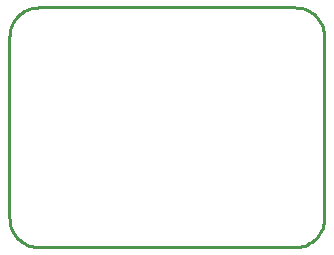
<source format=gbr>
G04 EAGLE Gerber RS-274X export*
G75*
%MOMM*%
%FSLAX34Y34*%
%LPD*%
%IN*%
%IPPOS*%
%AMOC8*
5,1,8,0,0,1.08239X$1,22.5*%
G01*
%ADD10C,0.254000*%


D10*
X0Y25400D02*
X97Y23186D01*
X386Y20989D01*
X865Y18826D01*
X1532Y16713D01*
X2380Y14666D01*
X3403Y12700D01*
X4594Y10831D01*
X5942Y9073D01*
X7440Y7440D01*
X9073Y5942D01*
X10831Y4594D01*
X12700Y3403D01*
X14666Y2380D01*
X16713Y1532D01*
X18826Y865D01*
X20989Y386D01*
X23186Y97D01*
X25400Y0D01*
X241300Y0D01*
X243514Y97D01*
X245711Y386D01*
X247874Y865D01*
X249987Y1532D01*
X252035Y2380D01*
X254000Y3403D01*
X255869Y4594D01*
X257627Y5942D01*
X259261Y7440D01*
X260758Y9073D01*
X262106Y10831D01*
X263297Y12700D01*
X264320Y14666D01*
X265168Y16713D01*
X265835Y18826D01*
X266314Y20989D01*
X266603Y23186D01*
X266700Y25400D01*
X266700Y177800D01*
X266603Y180014D01*
X266314Y182211D01*
X265835Y184374D01*
X265168Y186487D01*
X264320Y188535D01*
X263297Y190500D01*
X262106Y192369D01*
X260758Y194127D01*
X259261Y195761D01*
X257627Y197258D01*
X255869Y198606D01*
X254000Y199797D01*
X252035Y200820D01*
X249987Y201668D01*
X247874Y202335D01*
X245711Y202814D01*
X243514Y203103D01*
X241300Y203200D01*
X25400Y203200D01*
X23186Y203103D01*
X20989Y202814D01*
X18826Y202335D01*
X16713Y201668D01*
X14666Y200820D01*
X12700Y199797D01*
X10831Y198606D01*
X9073Y197258D01*
X7440Y195761D01*
X5942Y194127D01*
X4594Y192369D01*
X3403Y190500D01*
X2380Y188535D01*
X1532Y186487D01*
X865Y184374D01*
X386Y182211D01*
X97Y180014D01*
X0Y177800D01*
X0Y25400D01*
M02*

</source>
